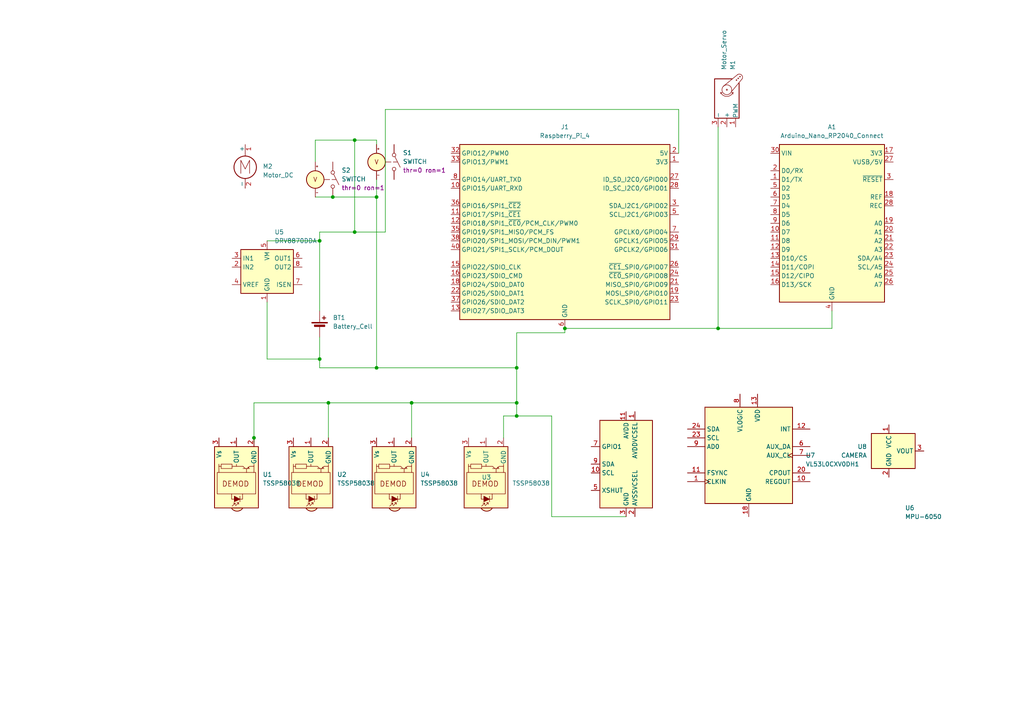
<source format=kicad_sch>
(kicad_sch (version 20250114) (generator "eeschema") (generator_version "9.0")
  (paper "A4")
  (lib_symbols
    (symbol "Connector:Raspberry_Pi_4"
      (property "Reference" "J" (at -17.526 48.768 0))
      (property "Value" "Raspberry_Pi_4" (at 15.748 -26.416 0))
      (symbol "Raspberry_Pi_4_0_1"
        (rectangle (start -30.48 25.4) (end 30.48 -25.4) (stroke (width 0.254)) (fill (type background)))
      )
      (symbol "Raspberry_Pi_4_1_1"
        (pin bidirectional line (at -33.02 22.86 0) (length 2.54) (name "GPIO12/PWM0") (number "32"))
        (pin bidirectional line (at -33.02 20.32 0) (length 2.54) (name "GPIO13/PWM1") (number "33"))
        (pin bidirectional line (at -33.02 15.24 0) (length 2.54) (name "GPIO14/UART_TXD") (number "8"))
        (pin bidirectional line (at -33.02 12.7 0) (length 2.54) (name "GPIO15/UART_RXD") (number "10"))
        (pin bidirectional line (at -33.02 7.62 0) (length 2.54) (name "GPIO16/SPI1_~{CE2}") (number "36"))
        (pin bidirectional line (at -33.02 5.08 0) (length 2.54) (name "GPIO17/SPI1_~{CE1}") (number "11"))
        (pin bidirectional line (at -33.02 2.54 0) (length 2.54) (name "GPIO18/SPI1_~{CE0}/PCM_CLK/PWM0") (number "12"))
        (pin bidirectional line (at -33.02 0 0) (length 2.54) (name "GPIO19/SPI1_MISO/PCM_FS") (number "35"))
        (pin bidirectional line (at -33.02 -2.54 0) (length 2.54) (name "GPIO20/SPI1_MOSI/PCM_DIN/PWM1") (number "38"))
        (pin bidirectional line (at -33.02 -5.08 0) (length 2.54) (name "GPIO21/SPI1_SCLK/PCM_DOUT") (number "40"))
        (pin bidirectional line (at -33.02 -10.16 0) (length 2.54) (name "GPIO22/SDIO_CLK") (number "15"))
        (pin bidirectional line (at -33.02 -12.7 0) (length 2.54) (name "GPIO23/SDIO_CMD") (number "16"))
        (pin bidirectional line (at -33.02 -15.24 0) (length 2.54) (name "GPIO24/SDIO_DAT0") (number "18"))
        (pin bidirectional line (at -33.02 -17.78 0) (length 2.54) (name "GPIO25/SDIO_DAT1") (number "22"))
        (pin bidirectional line (at -33.02 -20.32 0) (length 2.54) (name "GPIO26/SDIO_DAT2") (number "37"))
        (pin bidirectional line (at -33.02 -22.86 0) (length 2.54) (name "GPIO27/SDIO_DAT3") (number "13"))
        (pin passive line (at 0 -27.94 90) (length 2.54) (hide yes) (name "GND") (number "14"))
        (pin passive line (at 0 -27.94 90) (length 2.54) (hide yes) (name "GND") (number "20"))
        (pin passive line (at 0 -27.94 90) (length 2.54) (hide yes) (name "GND") (number "25"))
        (pin passive line (at 0 -27.94 90) (length 2.54) (hide yes) (name "GND") (number "30"))
        (pin passive line (at 0 -27.94 90) (length 2.54) (hide yes) (name "GND") (number "34"))
        (pin passive line (at 0 -27.94 90) (length 2.54) (hide yes) (name "GND") (number "39"))
        (pin power_out line (at 0 -27.94 90) (length 2.54) (name "GND") (number "6"))
        (pin passive line (at 0 -27.94 90) (length 2.54) (hide yes) (name "GND") (number "9"))
        (pin power_out line (at 33.02 22.86 180) (length 2.54) (name "5V") (number "2"))
        (pin passive line (at 33.02 22.86 180) (length 2.54) (hide yes) (name "5V") (number "4"))
        (pin power_out line (at 33.02 20.32 180) (length 2.54) (name "3V3") (number "1"))
        (pin passive line (at 33.02 20.32 180) (length 2.54) (hide yes) (name "3V3") (number "17"))
        (pin bidirectional line (at 33.02 15.24 180) (length 2.54) (name "ID_SD_I2C0/GPIO00") (number "27"))
        (pin bidirectional line (at 33.02 12.7 180) (length 2.54) (name "ID_SC_I2C0/GPIO01") (number "28"))
        (pin bidirectional line (at 33.02 7.62 180) (length 2.54) (name "SDA_I2C1/GPIO02") (number "3"))
        (pin bidirectional line (at 33.02 5.08 180) (length 2.54) (name "SCL_I2C1/GPIO03") (number "5"))
        (pin bidirectional line (at 33.02 0 180) (length 2.54) (name "GPCLK0/GPIO04") (number "7"))
        (pin bidirectional line (at 33.02 -2.54 180) (length 2.54) (name "GPCLK1/GPIO05") (number "29"))
        (pin bidirectional line (at 33.02 -5.08 180) (length 2.54) (name "GPCLK2/GPIO06") (number "31"))
        (pin bidirectional line (at 33.02 -10.16 180) (length 2.54) (name "~{CE1}_SPI0/GPIO07") (number "26"))
        (pin bidirectional line (at 33.02 -12.7 180) (length 2.54) (name "~{CE0}_SPI0/GPIO08") (number "24"))
        (pin bidirectional line (at 33.02 -15.24 180) (length 2.54) (name "MISO_SPI0/GPIO09") (number "21"))
        (pin bidirectional line (at 33.02 -17.78 180) (length 2.54) (name "MOSI_SPI0/GPIO10") (number "19"))
        (pin bidirectional line (at 33.02 -20.32 180) (length 2.54) (name "SCLK_SPI0/GPIO11") (number "23"))
      )
    )
    (symbol "Device:Battery_Cell" (pin_numbers (hide yes)) (pin_names (offset 0) (hide yes))
      (property "Reference" "BT" (at 2.54 2.54 0))
      (property "Value" "Battery_Cell" (at 2.54 0 0))
      (symbol "Battery_Cell_0_1"
        (rectangle (start -2.286 1.778) (end 2.286 1.524) (fill (type outline)))
        (rectangle (start -1.524 1.016) (end 1.524 0.508) (fill (type outline)))
        (polyline (pts (xy 0 1.778) (xy 0 2.54)))
        (polyline (pts (xy 0 0.762) (xy 0 0)))
        (polyline (pts (xy 0.762 3.048) (xy 1.778 3.048)) (stroke (width 0.254)))
        (polyline (pts (xy 1.27 3.556) (xy 1.27 2.54)) (stroke (width 0.254)))
      )
      (symbol "Battery_Cell_1_1"
        (pin passive line (at 0 5.08 270) (length 2.54) (name "+") (number "1"))
        (pin passive line (at 0 -2.54 90) (length 2.54) (name "-") (number "2"))
      )
    )
    (symbol "Driver_Motor:DRV8870DDA"
      (property "Reference" "U" (at -6.35 6.35 0))
      (property "Value" "DRV8870DDA" (at 8.89 6.35 0))
      (symbol "DRV8870DDA_0_1"
        (rectangle (start -7.62 5.08) (end 7.62 -7.62) (stroke (width 0.254)) (fill (type background)))
      )
      (symbol "DRV8870DDA_1_1"
        (pin input line (at -10.16 2.54 0) (length 2.54) (name "IN1") (number "3"))
        (pin input line (at -10.16 0 0) (length 2.54) (name "IN2") (number "2"))
        (pin input line (at -10.16 -5.08 0) (length 2.54) (name "VREF") (number "4"))
        (pin power_in line (at 0 7.62 270) (length 2.54) (name "VM") (number "5"))
        (pin power_in line (at 0 -10.16 90) (length 2.54) (name "GND") (number "1"))
        (pin passive line (at 0 -10.16 90) (length 2.54) (hide yes) (name "GND") (number "9"))
        (pin output line (at 10.16 2.54 180) (length 2.54) (name "OUT1") (number "6"))
        (pin output line (at 10.16 0 180) (length 2.54) (name "OUT2") (number "8"))
        (pin passive line (at 10.16 -5.08 180) (length 2.54) (name "ISEN") (number "7"))
      )
    )
    (symbol "MCU_Module:Arduino_Nano_RP2040_Connect"
      (property "Reference" "A" (at -14.986 23.622 0))
      (property "Value" "Arduino_Nano_RP2040_Connect" (at 3.81 -25.654 0))
      (symbol "Arduino_Nano_RP2040_Connect_0_1"
        (rectangle (start -15.24 22.86) (end 15.24 -22.86) (stroke (width 0.254)) (fill (type background)))
      )
      (symbol "Arduino_Nano_RP2040_Connect_1_1"
        (pin power_in line (at -17.78 20.32 0) (length 2.54) (name "VIN") (number "30"))
        (pin bidirectional line (at -17.78 15.24 0) (length 2.54) (name "D0/RX") (number "2"))
        (pin bidirectional line (at -17.78 12.7 0) (length 2.54) (name "D1/TX") (number "1"))
        (pin bidirectional line (at -17.78 10.16 0) (length 2.54) (name "D2") (number "5"))
        (pin bidirectional line (at -17.78 7.62 0) (length 2.54) (name "D3") (number "6"))
        (pin bidirectional line (at -17.78 5.08 0) (length 2.54) (name "D4") (number "7"))
        (pin bidirectional line (at -17.78 2.54 0) (length 2.54) (name "D5") (number "8"))
        (pin bidirectional line (at -17.78 0 0) (length 2.54) (name "D6") (number "9"))
        (pin bidirectional line (at -17.78 -2.54 0) (length 2.54) (name "D7") (number "10"))
        (pin bidirectional line (at -17.78 -5.08 0) (length 2.54) (name "D8") (number "11"))
        (pin bidirectional line (at -17.78 -7.62 0) (length 2.54) (name "D9") (number "12"))
        (pin bidirectional line (at -17.78 -10.16 0) (length 2.54) (name "D10/CS") (number "13"))
        (pin bidirectional line (at -17.78 -12.7 0) (length 2.54) (name "D11/COPI") (number "14"))
        (pin bidirectional line (at -17.78 -15.24 0) (length 2.54) (name "D12/CIPO") (number "15"))
        (pin bidirectional line (at -17.78 -17.78 0) (length 2.54) (name "D13/SCK") (number "16"))
        (pin passive line (at 0 -25.4 90) (length 2.54) (hide yes) (name "GND") (number "29"))
        (pin power_in line (at 0 -25.4 90) (length 2.54) (name "GND") (number "4"))
        (pin power_out line (at 17.78 20.32 180) (length 2.54) (name "3V3") (number "17"))
        (pin power_out line (at 17.78 17.78 180) (length 2.54) (name "VUSB/5V") (number "27"))
        (pin input line (at 17.78 12.7 180) (length 2.54) (name "~{RESET}") (number "3"))
        (pin passive line (at 17.78 7.62 180) (length 2.54) (name "REF") (number "18"))
        (pin input line (at 17.78 5.08 180) (length 2.54) (name "REC") (number "28"))
        (pin bidirectional line (at 17.78 0 180) (length 2.54) (name "A0") (number "19"))
        (pin bidirectional line (at 17.78 -2.54 180) (length 2.54) (name "A1") (number "20"))
        (pin bidirectional line (at 17.78 -5.08 180) (length 2.54) (name "A2") (number "21"))
        (pin bidirectional line (at 17.78 -7.62 180) (length 2.54) (name "A3") (number "22"))
        (pin bidirectional line (at 17.78 -10.16 180) (length 2.54) (name "SDA/A4") (number "23"))
        (pin bidirectional line (at 17.78 -12.7 180) (length 2.54) (name "SCL/A5") (number "24"))
        (pin bidirectional line (at 17.78 -15.24 180) (length 2.54) (name "A6") (number "25"))
        (pin bidirectional line (at 17.78 -17.78 180) (length 2.54) (name "A7") (number "26"))
      )
    )
    (symbol "Motor:Motor_DC" (pin_names (offset 0))
      (property "Reference" "M" (at 2.54 2.54 0))
      (property "Value" "Motor_DC" (at 2.54 -5.08 0))
      (symbol "Motor_DC_0_0"
        (polyline (pts (xy -1.27 -3.302) (xy -1.27 0.508) (xy 0 -2.032) (xy 1.27 0.508) (xy 1.27 -3.302)))
      )
      (symbol "Motor_DC_0_1"
        (polyline (pts (xy 0 2.032) (xy 0 2.54)))
        (polyline (pts (xy 0 1.7272) (xy 0 2.0828)))
        (circle (center 0 -1.524) (radius 3.2512) (stroke (width 0.254)))
        (polyline (pts (xy 0 -4.7752) (xy 0 -5.1816)))
        (polyline (pts (xy 0 -7.62) (xy 0 -7.112)))
      )
      (symbol "Motor_DC_1_1"
        (pin passive line (at 0 5.08 270) (length 2.54) (name "+") (number "1"))
        (pin passive line (at 0 -7.62 90) (length 2.54) (name "-") (number "2"))
      )
    )
    (symbol "Motor:Motor_Servo" (pin_names (offset 0.0254))
      (property "Reference" "M" (at -5.08 4.445 0))
      (property "Value" "Motor_Servo" (at -5.08 -4.064 0))
      (symbol "Motor_Servo_0_1"
        (polyline (pts (xy 2.413 1.778) (xy 1.905 1.778)))
        (polyline (pts (xy 2.413 1.778) (xy 2.286 1.397)))
        (polyline (pts (xy 2.413 -1.778) (xy 2.032 -1.778)))
        (polyline (pts (xy 2.413 -1.778) (xy 2.286 -1.397)))
        (arc (start 2.413 -1.778) (mid 1.2406 0) (end 2.413 1.778))
        (circle (center 3.175 0) (radius 0.1778))
        (circle (center 3.175 0) (radius 1.4224))
        (polyline (pts (xy 5.08 3.556) (xy -5.08 3.556) (xy -5.08 -3.556) (xy 6.35 -3.556) (xy 6.35 1.524)) (stroke (width 0.254)))
        (circle (center 5.969 2.794) (radius 0.127))
        (polyline (pts (xy 6.35 4.445) (xy 2.54 1.27)))
        (circle (center 6.477 3.302) (radius 0.127))
        (arc (start 6.35 4.445) (mid 7.4487 4.2737) (end 7.62 3.175))
        (circle (center 6.985 3.81) (radius 0.127))
        (polyline (pts (xy 7.62 3.175) (xy 4.191 -1.016)))
      )
      (symbol "Motor_Servo_1_1"
        (pin passive line (at -7.62 2.54 0) (length 2.54) (name "PWM") (number "1"))
        (pin passive line (at -7.62 0 0) (length 2.54) (name "+") (number "2"))
        (pin passive line (at -7.62 -2.54 0) (length 2.54) (name "-") (number "3"))
      )
    )
    (symbol "Sensor_Current:A1369xUA-10"
      (property "Reference" "U" (at 8.89 6.35 0))
      (property "Value" "A1369xUA-10" (at 8.89 3.81 0))
      (symbol "A1369xUA-10_0_1"
        (rectangle (start -5.08 5.08) (end 7.62 -5.08) (stroke (width 0.254)) (fill (type background)))
      )
      (symbol "A1369xUA-10_1_1"
        (pin power_in line (at 0 7.62 270) (length 2.54) (name "VCC") (number "1"))
        (pin power_in line (at 0 -7.62 90) (length 2.54) (name "GND") (number "2"))
        (pin output line (at 10.16 0 180) (length 2.54) (name "VOUT") (number "3"))
      )
    )
    (symbol "Sensor_Distance:VL53L0CXV0DH1"
      (property "Reference" "U" (at -6.35 13.97 0))
      (property "Value" "VL53L0CXV0DH1" (at 12.065 13.97 0))
      (symbol "VL53L0CXV0DH1_0_1"
        (rectangle (start -7.62 12.7) (end 7.62 -12.7) (stroke (width 0.254)) (fill (type background)))
      )
      (symbol "VL53L0CXV0DH1_1_1"
        (pin open_collector line (at -10.16 5.08 0) (length 2.54) (name "GPIO1") (number "7"))
        (pin bidirectional line (at -10.16 0 0) (length 2.54) (name "SDA") (number "9"))
        (pin input line (at -10.16 -2.54 0) (length 2.54) (name "SCL") (number "10"))
        (pin input line (at -10.16 -7.62 0) (length 2.54) (name "XSHUT") (number "5"))
        (pin no_connect line (at -7.62 7.62 0) (length 2.54) (hide yes) (name "DNC") (number "8"))
        (pin power_in line (at 0 15.24 270) (length 2.54) (name "AVDD") (number "11"))
        (pin passive line (at 0 -15.24 90) (length 2.54) (hide yes) (name "GND") (number "12"))
        (pin power_in line (at 0 -15.24 90) (length 2.54) (name "GND") (number "3"))
        (pin passive line (at 0 -15.24 90) (length 2.54) (hide yes) (name "GND") (number "4"))
        (pin passive line (at 0 -15.24 90) (length 2.54) (hide yes) (name "GND") (number "6"))
        (pin power_in line (at 2.54 15.24 270) (length 2.54) (name "AVDDVCSEL") (number "1"))
        (pin power_in line (at 2.54 -15.24 90) (length 2.54) (name "AVSSVCSEL") (number "2"))
      )
    )
    (symbol "Sensor_Motion:MPU-6050"
      (property "Reference" "U" (at -11.43 13.97 0))
      (property "Value" "MPU-6050" (at 7.62 -15.24 0))
      (symbol "MPU-6050_0_0"
        (text "" (at 12.7 -2.54 0) (effects (font (size 1.27 1.27))))
      )
      (symbol "MPU-6050_0_1"
        (rectangle (start -12.7 13.97) (end 12.7 -13.97) (stroke (width 0.254)) (fill (type background)))
      )
      (symbol "MPU-6050_1_1"
        (pin bidirectional line (at -17.78 7.62 0) (length 5.08) (name "SDA") (number "24"))
        (pin input line (at -17.78 5.08 0) (length 5.08) (name "SCL") (number "23"))
        (pin input line (at -17.78 2.54 0) (length 5.08) (name "AD0") (number "9"))
        (pin input line (at -17.78 -5.08 0) (length 5.08) (name "FSYNC") (number "11"))
        (pin input clock (at -17.78 -7.62 0) (length 5.08) (name "CLKIN") (number "1"))
        (pin no_connect line (at -12.7 12.7 0) (length 2.54) (hide yes) (name "NC") (number "2"))
        (pin no_connect line (at -12.7 10.16 0) (length 2.54) (hide yes) (name "NC") (number "3"))
        (pin no_connect line (at -12.7 0 0) (length 2.54) (hide yes) (name "NC") (number "4"))
        (pin no_connect line (at -12.7 -2.54 0) (length 2.54) (hide yes) (name "NC") (number "5"))
        (pin no_connect line (at -12.7 -10.16 0) (length 2.54) (hide yes) (name "NC") (number "14"))
        (pin power_in line (at -2.54 17.78 270) (length 3.81) (name "VLOGIC") (number "8"))
        (pin power_in line (at 0 -17.78 90) (length 3.81) (name "GND") (number "18"))
        (pin power_in line (at 2.54 17.78 270) (length 3.81) (name "VDD") (number "13"))
        (pin no_connect line (at 12.7 12.7 180) (length 2.54) (hide yes) (name "NC") (number "15"))
        (pin no_connect line (at 12.7 10.16 180) (length 2.54) (hide yes) (name "NC") (number "16"))
        (pin no_connect line (at 12.7 5.08 180) (length 2.54) (hide yes) (name "NC") (number "17"))
        (pin no_connect line (at 12.7 -2.54 180) (length 2.54) (hide yes) (name "RESV") (number "21"))
        (pin no_connect line (at 12.7 -10.16 180) (length 2.54) (hide yes) (name "RESV") (number "19"))
        (pin no_connect line (at 12.7 -12.7 180) (length 2.54) (hide yes) (name "RESV") (number "22"))
        (pin output line (at 17.78 7.62 180) (length 5.08) (name "INT") (number "12"))
        (pin bidirectional line (at 17.78 2.54 180) (length 5.08) (name "AUX_DA") (number "6"))
        (pin output clock (at 17.78 0 180) (length 5.08) (name "AUX_CL") (number "7"))
        (pin passive line (at 17.78 -5.08 180) (length 5.08) (name "CPOUT") (number "20"))
        (pin passive line (at 17.78 -7.62 180) (length 5.08) (name "REGOUT") (number "10"))
      )
    )
    (symbol "Sensor_Proximity:TSSP58038" (pin_names (offset 1.016))
      (property "Reference" "U" (at -10.16 7.62 0))
      (property "Value" "TSSP58038" (at -10.16 -7.62 0))
      (symbol "TSSP58038_0_0"
        (arc (start -10.287 -1.778) (mid -11.0899 -0.1905) (end -10.287 1.397) (stroke (width 0.254)) (fill (type background)))
        (polyline (pts (xy 1.905 5.08) (xy 0.127 5.08)))
        (polyline (pts (xy 1.905 -5.08) (xy 0.127 -5.08)))
        (text "DEMOD" (at -3.175 0.254 900) (effects (font (size 1.524 1.524))))
      )
      (symbol "TSSP58038_0_1"
        (polyline (pts (xy -8.763 0.381) (xy -9.652 1.27)))
        (polyline (pts (xy -8.763 0.381) (xy -9.271 0.381)))
        (polyline (pts (xy -8.763 0.381) (xy -8.763 0.889)))
        (polyline (pts (xy -8.636 -0.635) (xy -9.525 0.254)))
        (polyline (pts (xy -8.636 -0.635) (xy -9.144 -0.635)))
        (polyline (pts (xy -8.636 -0.635) (xy -8.636 -0.127)))
        (polyline (pts (xy -8.382 0.635) (xy -6.731 0.635) (xy -7.62 -1.016) (xy -8.382 0.635)) (fill (type outline)))
        (polyline (pts (xy -8.382 -1.016) (xy -6.731 -1.016)))
        (rectangle (start -6.096 5.588) (end 0.127 -5.588))
        (polyline (pts (xy -6.096 1.397) (xy -7.62 1.397) (xy -7.62 -1.778) (xy -6.096 -1.778)))
        (polyline (pts (xy 1.27 -1.905) (xy 1.27 -3.81)))
        (polyline (pts (xy 1.27 -2.54) (xy 1.905 -1.905) (xy 1.905 0) (xy 2.54 0)))
        (polyline (pts (xy 1.27 -2.921) (xy 0.127 -2.921)))
        (polyline (pts (xy 1.27 -3.175) (xy 1.905 -3.81) (xy 1.905 -5.08) (xy 2.54 -5.08)))
        (polyline (pts (xy 1.397 -3.556) (xy 1.524 -3.556)))
        (polyline (pts (xy 1.651 -3.556) (xy 1.524 -3.556)))
        (polyline (pts (xy 1.651 -3.556) (xy 1.651 -3.302)))
        (polyline (pts (xy 1.905 4.445) (xy 1.905 5.08) (xy 2.54 5.08)))
        (polyline (pts (xy 1.905 0) (xy 1.905 1.27)))
        (rectangle (start 2.54 1.27) (end 1.27 4.445))
        (rectangle (start 7.62 6.35) (end -10.16 -6.35) (stroke (width 0.254)) (fill (type background)))
      )
      (symbol "TSSP58038_1_1"
        (pin power_in line (at 10.16 5.08 180) (length 2.54) (name "Vs") (number "3"))
        (pin output line (at 10.16 0 180) (length 2.54) (name "OUT") (number "1"))
        (pin power_in line (at 10.16 -5.08 180) (length 2.54) (name "GND") (number "2"))
      )
    )
    (symbol "Simulation_SPICE:SWITCH" (pin_numbers (hide yes)) (pin_names (offset 1.016) (hide yes))
      (property "Reference" "S" (at 2.54 2.54 0))
      (property "Value" "SWITCH" (at 2.54 0 0))
      (property "Sim.Params" "thr=0 ron=1" (at 2.54 -2.54 0))
      (symbol "SWITCH_0_1"
        (circle (center 0 2.032) (radius 0.508))
        (circle (center 0 -2.032) (radius 0.508))
        (polyline (pts (xy 0.254 1.524) (xy 1.778 -1.524)))
      )
      (symbol "SWITCH_1_1"
        (circle (center -5.08 0) (radius 2.54) (stroke (width 0.254)) (fill (type background)))
        (polyline (pts (xy -4.826 3.81) (xy -4.318 3.81)))
        (polyline (pts (xy -4.826 -3.81) (xy -4.318 -3.81)))
        (polyline (pts (xy -4.572 4.064) (xy -4.572 3.556)))
        (polyline (pts (xy -2.54 0) (xy 0.889 0)) (stroke (width 0) (type dash)))
        (text "V" (at -5.08 0 0) (effects (font (size 1.27 1.27))))
        (pin input line (at -5.08 5.08 270) (length 2.54) (name "C+") (number "3"))
        (pin input line (at -5.08 -5.08 90) (length 2.54) (name "C-") (number "4"))
        (pin passive line (at 0 5.08 270) (length 2.54) (name "N+") (number "1"))
        (pin passive line (at 0 -5.08 90) (length 2.54) (name "N-") (number "2"))
      )
    )
  )
  (junction (at 149.86 106.68))
  (junction (at 92.71 69.85))
  (junction (at 73.66 127))
  (junction (at 102.87 67.31))
  (junction (at 208.28 95.25))
  (junction (at 96.52 57.15))
  (junction (at 102.87 40.64))
  (junction (at 149.86 120.65))
  (junction (at 109.22 57.15))
  (junction (at 95.25 116.84))
  (junction (at 109.22 106.68))
  (junction (at 149.86 116.84))
  (junction (at 92.71 104.14))
  (junction (at 163.83 95.25))
  (junction (at 119.38 116.84))
  (wire (pts (xy 146.05 120.65) (xy 149.86 120.65)))
  (wire (pts (xy 160.02 120.65) (xy 160.02 149.86)))
  (wire (pts (xy 91.44 40.64) (xy 102.87 40.64)))
  (wire (pts (xy 149.86 116.84) (xy 149.86 120.65)))
  (wire (pts (xy 163.83 95.25) (xy 163.83 96.52)))
  (wire (pts (xy 149.86 106.68) (xy 149.86 116.84)))
  (wire (pts (xy 109.22 57.15) (xy 109.22 106.68)))
  (wire (pts (xy 91.44 57.15) (xy 96.52 57.15)))
  (wire (pts (xy 73.66 127) (xy 73.66 116.84)))
  (wire (pts (xy 95.25 116.84) (xy 119.38 116.84)))
  (wire (pts (xy 92.71 67.31) (xy 102.87 67.31)))
  (wire (pts (xy 96.52 57.15) (xy 109.22 57.15)))
  (wire (pts (xy 95.25 127) (xy 95.25 116.84)))
  (wire (pts (xy 149.86 96.52) (xy 149.86 106.68)))
  (wire (pts (xy 149.86 120.65) (xy 160.02 120.65)))
  (wire (pts (xy 92.71 104.14) (xy 77.47 104.14)))
  (wire (pts (xy 102.87 40.64) (xy 109.22 40.64)))
  (wire (pts (xy 163.83 95.25) (xy 208.28 95.25)))
  (wire (pts (xy 73.66 128.27) (xy 73.66 127)))
  (wire (pts (xy 196.85 31.75) (xy 196.85 44.45)))
  (wire (pts (xy 92.71 90.17) (xy 92.71 69.85)))
  (wire (pts (xy 160.02 149.86) (xy 181.61 149.86)))
  (wire (pts (xy 92.71 106.68) (xy 109.22 106.68)))
  (wire (pts (xy 146.05 120.65) (xy 146.05 127)))
  (wire (pts (xy 149.86 96.52) (xy 163.83 96.52)))
  (wire (pts (xy 102.87 40.64) (xy 102.87 67.31)))
  (wire (pts (xy 92.71 104.14) (xy 92.71 106.68)))
  (wire (pts (xy 77.47 104.14) (xy 77.47 87.63)))
  (wire (pts (xy 77.47 69.85) (xy 92.71 69.85)))
  (wire (pts (xy 111.76 67.31) (xy 111.76 31.75)))
  (wire (pts (xy 91.44 46.99) (xy 91.44 40.64)))
  (wire (pts (xy 241.3 95.25) (xy 241.3 90.17)))
  (wire (pts (xy 92.71 97.79) (xy 92.71 104.14)))
  (wire (pts (xy 92.71 69.85) (xy 92.71 67.31)))
  (wire (pts (xy 208.28 36.83) (xy 208.28 95.25)))
  (wire (pts (xy 109.22 57.15) (xy 109.22 52.07)))
  (wire (pts (xy 102.87 67.31) (xy 111.76 67.31)))
  (wire (pts (xy 73.66 116.84) (xy 95.25 116.84)))
  (wire (pts (xy 109.22 40.64) (xy 109.22 41.91)))
  (wire (pts (xy 119.38 127) (xy 119.38 116.84)))
  (wire (pts (xy 111.76 31.75) (xy 196.85 31.75)))
  (wire (pts (xy 208.28 95.25) (xy 241.3 95.25)))
  (wire (pts (xy 109.22 106.68) (xy 149.86 106.68)))
  (wire (pts (xy 119.38 116.84) (xy 149.86 116.84)))
  (symbol (lib_id "Sensor_Proximity:TSSP58038") (at 140.97 137.16 90) (unit 1)
    (property "Reference" "U3" (at 139.7 138.43 90) (effects (justify right)))
    (property "Value" "TSSP58038" (at 148.59 140.1648 90) (effects (justify right)))
    (property "Footprint" "OptoDevice:Vishay_MINICAST-3Pin" (effects (hide yes)))
    (property "Datasheet" "http://www.vishay.com/docs/82476/tssp58p38.pdf" (effects (hide yes)))
    (property "Description" "IR Detector for Mid Range Proximity Sensor" (effects (hide yes)))
  )
  (symbol (lib_id "Simulation_SPICE:SWITCH") (at 114.3 46.99 0) (unit 1)
    (property "Reference" "S1" (at 116.84 44.3229 0) (effects (justify left)))
    (property "Value" "SWITCH" (at 116.84 46.8629 0) (effects (justify left)))
    (property "Datasheet" "https://ngspice.sourceforge.io/docs/ngspice-html-manual/manual.xhtml#subsec_Switches" (effects (hide yes)))
    (property "Description" "Voltage controlled switch symbol for simulation only" (effects (hide yes)))
    (property "Sim.Device" "SW" (effects (hide yes)))
    (property "Sim.Type" "V" (effects (hide yes)))
    (property "Sim.Params" "thr=0 ron=1" (at 116.84 49.4029 0) (effects (justify left)))
    (property "Sim.Pins" "1=no+ 2=no- 3=ctrl+ 4=ctrl-" (effects (hide yes)))
  )
  (symbol (lib_id "Connector:Raspberry_Pi_4") (at 163.83 67.31 0) (unit 1)
    (property "Reference" "J1" (at 163.83 36.83 0))
    (property "Value" "Raspberry_Pi_4" (at 163.83 39.37 0))
    (property "Datasheet" "https://datasheets.raspberrypi.com/rpi4/raspberry-pi-4-datasheet.pdf" (effects (hide yes)))
    (property "Description" "Raspberry Pi 4 Model B" (effects (hide yes)))
  )
  (symbol (lib_id "Sensor_Current:A1369xUA-10") (at 257.81 130.81 0) (unit 1)
    (property "Reference" "U8" (at 251.46 129.5399 0) (effects (justify right)))
    (property "Value" "CAMERA" (at 251.46 132.0799 0) (effects (justify right)))
    (property "Footprint" "Sensor_Current:Allegro_SIP-3" (effects (hide yes)))
    (property "Datasheet" "http://www.allegromicro.com/~/media/Files/Datasheets/A1369-Datasheet.ashx?la=en" (effects (hide yes)))
    (property "Description" "Programmable Linear Hall Effect Sensor, -8.5 to -12.5mV/G, SIP-3" (effects (hide yes)))
  )
  (symbol (lib_id "Sensor_Distance:VL53L0CXV0DH1") (at 181.61 134.62 0) (unit 1)
    (property "Reference" "U7" (at 233.68 132.0799 0) (effects (justify left)))
    (property "Value" "VL53L0CXV0DH1" (at 233.68 134.6199 0) (effects (justify left)))
    (property "Footprint" "Sensor_Distance:ST_VL53L1x" (effects (hide yes)))
    (property "Datasheet" "https://www.st.com/resource/en/datasheet/vl53l0x.pdf" (effects (hide yes)))
    (property "Description" "2m distance ranging ToF sensor, Optical LGA12" (effects (hide yes)))
  )
  (symbol (lib_id "MCU_Module:Arduino_Nano_RP2040_Connect") (at 241.3 64.77 0) (unit 1)
    (property "Reference" "A1" (at 241.3 36.83 0))
    (property "Value" "Arduino_Nano_RP2040_Connect" (at 241.3 39.37 0))
    (property "Footprint" "Module:Arduino_Nano" (effects (hide yes)))
    (property "Datasheet" "https://docs.arduino.cc/resources/datasheets/ABX00053-datasheet.pdf" (effects (hide yes)))
    (property "Description" "Arduino Nano board based on the RP2040 microcontroller with a dual-core 133 MHz ARM Cortex-M0+ processor, 264 kB SRAM, and up to 16 MB flash memory. Operates at 3.3V, with 5V Micro USB input and 4-20V VIN. Features Wi-Fi®, Bluetooth® LE, digital and analog pins, and supports SPI, I2C, UART, and PIO. Includes a 6-axis IMU, RGB LED, microphone, and cryptographic chip for secure communication." (effects (hide yes)))
  )
  (symbol (lib_id "Sensor_Proximity:TSSP58038") (at 114.3 137.16 90) (unit 1)
    (property "Reference" "U4" (at 121.92 137.6248 90) (effects (justify right)))
    (property "Value" "TSSP58038" (at 121.92 140.1648 90) (effects (justify right)))
    (property "Footprint" "OptoDevice:Vishay_MINICAST-3Pin" (effects (hide yes)))
    (property "Datasheet" "http://www.vishay.com/docs/82476/tssp58p38.pdf" (effects (hide yes)))
    (property "Description" "IR Detector for Mid Range Proximity Sensor" (effects (hide yes)))
  )
  (symbol (lib_id "Driver_Motor:DRV8870DDA") (at 77.47 77.47 0) (unit 1)
    (property "Reference" "U5" (at 79.6133 67.31 0) (effects (justify left)))
    (property "Value" "DRV8870DDA" (at 79.6133 69.85 0) (effects (justify left)))
    (property "Footprint" "Package_SO:Texas_HTSOP-8-1EP_3.9x4.9mm_P1.27mm_EP2.95x4.9mm_Mask2.4x3.1mm_ThermalVias" (effects (hide yes)))
    (property "Datasheet" "http://www.ti.com/lit/ds/symlink/drv8870.pdf" (effects (hide yes)))
    (property "Description" "Brushed DC Motor Driver, PWM Control, 45V, 3.6A, Dynamic current limiting, HTSOP-8" (effects (hide yes)))
  )
  (symbol (lib_id "Motor:Motor_Servo") (at 210.82 29.21 270) (mirror x) (unit 1)
    (property "Reference" "M1" (at 212.5232 20.32 0) (effects (justify left)))
    (property "Value" "Motor_Servo" (at 209.9832 20.32 0) (effects (justify left)))
    (property "Datasheet" "http://forums.parallax.com/uploads/attachments/46831/74481.png" (effects (hide yes)))
    (property "Description" "Servo Motor (Futaba, HiTec, JR connector)" (effects (hide yes)))
  )
  (symbol (lib_id "Sensor_Proximity:TSSP58038") (at 90.17 137.16 90) (unit 1)
    (property "Reference" "U2" (at 97.79 137.6248 90) (effects (justify right)))
    (property "Value" "TSSP58038" (at 97.79 140.1648 90) (effects (justify right)))
    (property "Footprint" "OptoDevice:Vishay_MINICAST-3Pin" (effects (hide yes)))
    (property "Datasheet" "http://www.vishay.com/docs/82476/tssp58p38.pdf" (effects (hide yes)))
    (property "Description" "IR Detector for Mid Range Proximity Sensor" (effects (hide yes)))
  )
  (symbol (lib_id "Simulation_SPICE:SWITCH") (at 96.52 52.07 0) (unit 1)
    (property "Reference" "S2" (at 99.06 49.4029 0) (effects (justify left)))
    (property "Value" "SWITCH" (at 99.06 51.9429 0) (effects (justify left)))
    (property "Datasheet" "https://ngspice.sourceforge.io/docs/ngspice-html-manual/manual.xhtml#subsec_Switches" (effects (hide yes)))
    (property "Description" "Voltage controlled switch symbol for simulation only" (effects (hide yes)))
    (property "Sim.Device" "SW" (effects (hide yes)))
    (property "Sim.Type" "V" (effects (hide yes)))
    (property "Sim.Params" "thr=0 ron=1" (at 99.06 54.4829 0) (effects (justify left)))
    (property "Sim.Pins" "1=no+ 2=no- 3=ctrl+ 4=ctrl-" (effects (hide yes)))
  )
  (symbol (lib_id "Sensor_Proximity:TSSP58038") (at 68.58 137.16 90) (unit 1)
    (property "Reference" "U1" (at 76.2 137.6248 90) (effects (justify right)))
    (property "Value" "TSSP58038" (at 76.2 140.1648 90) (effects (justify right)))
    (property "Footprint" "OptoDevice:Vishay_MINICAST-3Pin" (effects (hide yes)))
    (property "Datasheet" "http://www.vishay.com/docs/82476/tssp58p38.pdf" (effects (hide yes)))
    (property "Description" "IR Detector for Mid Range Proximity Sensor" (effects (hide yes)))
  )
  (symbol (lib_id "Device:Battery_Cell") (at 92.71 95.25 0) (unit 1)
    (property "Reference" "BT1" (at 96.52 92.1384 0) (effects (justify left)))
    (property "Value" "Battery_Cell" (at 96.52 94.6784 0) (effects (justify left)))
    (property "Description" "Single-cell battery" (effects (hide yes)))
  )
  (symbol (lib_id "Motor:Motor_DC") (at 71.12 46.99 0) (unit 1)
    (property "Reference" "M2" (at 76.2 48.2599 0) (effects (justify left)))
    (property "Value" "Motor_DC" (at 76.2 50.7999 0) (effects (justify left)))
    (property "Description" "DC Motor" (effects (hide yes)))
  )
  (symbol (lib_id "Sensor_Motion:MPU-6050") (at 217.17 132.08 0) (unit 1)
    (property "Reference" "U6" (at 262.4933 147.32 0) (effects (justify left)))
    (property "Value" "MPU-6050" (at 262.4933 149.86 0) (effects (justify left)))
    (property "Footprint" "Sensor_Motion:InvenSense_QFN-24_4x4mm_P0.5mm" (effects (hide yes)))
    (property "Datasheet" "https://invensense.tdk.com/wp-content/uploads/2015/02/MPU-6000-Datasheet1.pdf" (effects (hide yes)))
    (property "Description" "InvenSense 6-Axis Motion Sensor, Gyroscope, Accelerometer, I2C" (effects (hide yes)))
  )
)
</source>
